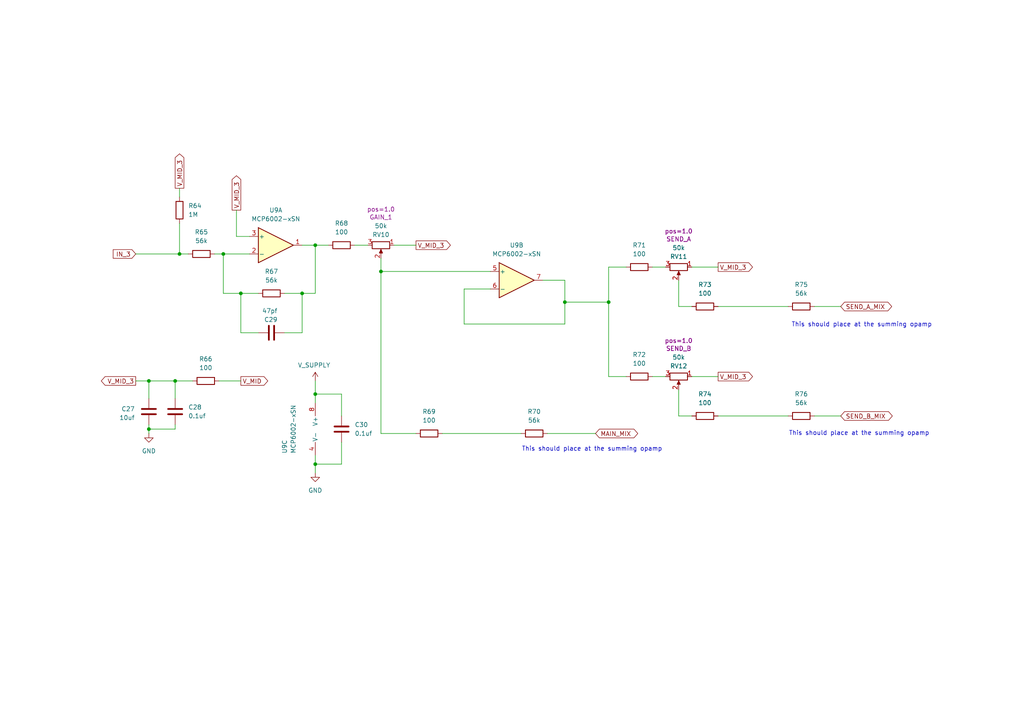
<source format=kicad_sch>
(kicad_sch (version 20250114) (generator "eeschema") (generator_version "9.0")
  (paper "A4")
  (lib_symbols
    (symbol "Amplifier_Operational:MCP6002-xSN" (pin_names (offset 0.127))
      (property "Reference" "U" (at 0 5.08 0))
      (property "Value" "MCP6002-xSN" (at 0 -5.08 0))
      (symbol "MCP6002-xSN_1_1"
        (polyline (pts (xy -5.08 5.08) (xy 5.08 0) (xy -5.08 -5.08) (xy -5.08 5.08)) (stroke (width 0.254)) (fill (type background)))
        (pin input line (at -7.62 2.54 0) (length 2.54) (name "+") (number "3"))
        (pin input line (at -7.62 -2.54 0) (length 2.54) (name "-") (number "2"))
        (pin output line (at 7.62 0 180) (length 2.54) (name "~") (number "1"))
      )
      (symbol "MCP6002-xSN_2_1"
        (polyline (pts (xy -5.08 5.08) (xy 5.08 0) (xy -5.08 -5.08) (xy -5.08 5.08)) (stroke (width 0.254)) (fill (type background)))
        (pin input line (at -7.62 2.54 0) (length 2.54) (name "+") (number "5"))
        (pin input line (at -7.62 -2.54 0) (length 2.54) (name "-") (number "6"))
        (pin output line (at 7.62 0 180) (length 2.54) (name "~") (number "7"))
      )
      (symbol "MCP6002-xSN_3_1"
        (pin power_in line (at -2.54 7.62 270) (length 3.81) (name "V+") (number "8"))
        (pin power_in line (at -2.54 -7.62 90) (length 3.81) (name "V-") (number "4"))
      )
    )
    (symbol "Device:C" (pin_numbers (hide yes)) (pin_names (offset 0.254))
      (property "Reference" "C" (at 0.635 2.54 0))
      (property "Value" "C" (at 0.635 -2.54 0))
      (symbol "C_0_1"
        (polyline (pts (xy -2.032 0.762) (xy 2.032 0.762)) (stroke (width 0.508)))
        (polyline (pts (xy -2.032 -0.762) (xy 2.032 -0.762)) (stroke (width 0.508)))
      )
      (symbol "C_1_1"
        (pin passive line (at 0 3.81 270) (length 2.794) (name "~") (number "1"))
        (pin passive line (at 0 -3.81 90) (length 2.794) (name "~") (number "2"))
      )
    )
    (symbol "Device:R" (pin_numbers (hide yes)) (pin_names (offset 0))
      (property "Reference" "R" (at 2.032 0 90))
      (property "Value" "R" (at 0 0 90))
      (symbol "R_0_1"
        (rectangle (start -1.016 -2.54) (end 1.016 2.54) (stroke (width 0.254)))
      )
      (symbol "R_1_1"
        (pin passive line (at 0 3.81 270) (length 1.27) (name "~") (number "1"))
        (pin passive line (at 0 -3.81 90) (length 1.27) (name "~") (number "2"))
      )
    )
    (symbol "Device:R_Potentiometer" (pin_names (offset 1.016) (hide yes))
      (property "Reference" "RV" (at -4.445 0 90))
      (property "Value" "R_Potentiometer" (at -2.54 0 90))
      (symbol "R_Potentiometer_0_1"
        (rectangle (start 1.016 2.54) (end -1.016 -2.54) (stroke (width 0.254)))
        (polyline (pts (xy 1.143 0) (xy 2.286 0.508) (xy 2.286 -0.508) (xy 1.143 0)) (fill (type outline)))
        (polyline (pts (xy 2.54 0) (xy 1.524 0)))
      )
      (symbol "R_Potentiometer_1_1"
        (pin passive line (at 0 3.81 270) (length 1.27) (name "1") (number "1"))
        (pin passive line (at 0 -3.81 90) (length 1.27) (name "3") (number "3"))
        (pin passive line (at 3.81 0 180) (length 1.27) (name "2") (number "2"))
      )
    )
    (symbol "power:+5V" (power) (pin_numbers (hide yes)) (pin_names (offset 0) (hide yes))
      (property "Value" "+5V" (at 0 3.556 0))
      (symbol "+5V_0_1"
        (polyline (pts (xy -0.762 1.27) (xy 0 2.54)))
        (polyline (pts (xy 0 2.54) (xy 0.762 1.27)))
        (polyline (pts (xy 0 0) (xy 0 2.54)))
      )
      (symbol "+5V_1_1"
        (pin power_in line (at 0 0 90) (length 0) (name "~") (number "1"))
      )
    )
    (symbol "power:GND" (power) (pin_numbers (hide yes)) (pin_names (offset 0) (hide yes))
      (property "Value" "GND" (at 0 -3.81 0))
      (symbol "GND_0_1"
        (polyline (pts (xy 0 0) (xy 0 -1.27) (xy 1.27 -1.27) (xy 0 -2.54) (xy -1.27 -1.27) (xy 0 -1.27)))
      )
      (symbol "GND_1_1"
        (pin power_in line (at 0 0 270) (length 0) (name "~") (number "1"))
      )
    )
  )
  (text "This should place at the summing opamp" (at 171.704 130.302 0) (effects (font (size 1.27 1.27))))
  (text "This should place at the summing opamp" (at 249.174 125.73 0) (effects (font (size 1.27 1.27))))
  (text "This should place at the summing opamp" (at 249.936 94.234 0) (effects (font (size 1.27 1.27))))
  (junction (at 50.8 110.49))
  (junction (at 69.85 85.09))
  (junction (at 91.44 71.12))
  (junction (at 91.44 114.3))
  (junction (at 163.83 87.63))
  (junction (at 91.44 134.62))
  (junction (at 110.49 78.74))
  (junction (at 64.77 73.66))
  (junction (at 176.53 87.63))
  (junction (at 43.18 124.46))
  (junction (at 43.18 110.49))
  (junction (at 87.63 85.09))
  (junction (at 52.07 73.66))
  (wire (pts (xy 196.85 88.9) (xy 200.66 88.9)))
  (wire (pts (xy 99.06 120.65) (xy 99.06 114.3)))
  (wire (pts (xy 50.8 110.49) (xy 55.88 110.49)))
  (wire (pts (xy 64.77 73.66) (xy 64.77 85.09)))
  (wire (pts (xy 69.85 96.52) (xy 69.85 85.09)))
  (wire (pts (xy 87.63 71.12) (xy 91.44 71.12)))
  (wire (pts (xy 196.85 120.65) (xy 200.66 120.65)))
  (wire (pts (xy 91.44 71.12) (xy 95.25 71.12)))
  (wire (pts (xy 52.07 64.77) (xy 52.07 73.66)))
  (wire (pts (xy 87.63 96.52) (xy 87.63 85.09)))
  (wire (pts (xy 134.62 83.82) (xy 142.24 83.82)))
  (wire (pts (xy 157.48 81.28) (xy 163.83 81.28)))
  (wire (pts (xy 43.18 124.46) (xy 43.18 125.73)))
  (wire (pts (xy 91.44 137.16) (xy 91.44 134.62)))
  (wire (pts (xy 163.83 81.28) (xy 163.83 87.63)))
  (wire (pts (xy 134.62 93.98) (xy 134.62 83.82)))
  (wire (pts (xy 110.49 74.93) (xy 110.49 78.74)))
  (wire (pts (xy 43.18 115.57) (xy 43.18 110.49)))
  (wire (pts (xy 176.53 87.63) (xy 163.83 87.63)))
  (wire (pts (xy 72.39 68.58) (xy 68.58 68.58)))
  (wire (pts (xy 91.44 134.62) (xy 91.44 132.08)))
  (wire (pts (xy 142.24 78.74) (xy 110.49 78.74)))
  (wire (pts (xy 74.93 96.52) (xy 69.85 96.52)))
  (wire (pts (xy 196.85 81.28) (xy 196.85 88.9)))
  (wire (pts (xy 91.44 114.3) (xy 91.44 116.84)))
  (wire (pts (xy 181.61 109.22) (xy 176.53 109.22)))
  (wire (pts (xy 172.72 125.73) (xy 158.75 125.73)))
  (wire (pts (xy 50.8 124.46) (xy 43.18 124.46)))
  (wire (pts (xy 91.44 110.49) (xy 91.44 114.3)))
  (wire (pts (xy 68.58 68.58) (xy 68.58 60.96)))
  (wire (pts (xy 50.8 123.19) (xy 50.8 124.46)))
  (wire (pts (xy 163.83 93.98) (xy 134.62 93.98)))
  (wire (pts (xy 82.55 85.09) (xy 87.63 85.09)))
  (wire (pts (xy 50.8 110.49) (xy 50.8 115.57)))
  (wire (pts (xy 236.22 120.65) (xy 243.84 120.65)))
  (wire (pts (xy 110.49 78.74) (xy 110.49 125.73)))
  (wire (pts (xy 196.85 113.03) (xy 196.85 120.65)))
  (wire (pts (xy 99.06 128.27) (xy 99.06 134.62)))
  (wire (pts (xy 236.22 88.9) (xy 243.84 88.9)))
  (wire (pts (xy 176.53 77.47) (xy 176.53 87.63)))
  (wire (pts (xy 114.3 71.12) (xy 120.65 71.12)))
  (wire (pts (xy 52.07 73.66) (xy 54.61 73.66)))
  (wire (pts (xy 200.66 109.22) (xy 208.28 109.22)))
  (wire (pts (xy 69.85 85.09) (xy 64.77 85.09)))
  (wire (pts (xy 99.06 134.62) (xy 91.44 134.62)))
  (wire (pts (xy 110.49 125.73) (xy 120.65 125.73)))
  (wire (pts (xy 39.37 73.66) (xy 52.07 73.66)))
  (wire (pts (xy 91.44 71.12) (xy 91.44 85.09)))
  (wire (pts (xy 163.83 87.63) (xy 163.83 93.98)))
  (wire (pts (xy 63.5 110.49) (xy 69.85 110.49)))
  (wire (pts (xy 208.28 88.9) (xy 228.6 88.9)))
  (wire (pts (xy 102.87 71.12) (xy 106.68 71.12)))
  (wire (pts (xy 176.53 77.47) (xy 181.61 77.47)))
  (wire (pts (xy 87.63 85.09) (xy 91.44 85.09)))
  (wire (pts (xy 200.66 77.47) (xy 208.28 77.47)))
  (wire (pts (xy 208.28 120.65) (xy 228.6 120.65)))
  (wire (pts (xy 193.04 109.22) (xy 189.23 109.22)))
  (wire (pts (xy 74.93 85.09) (xy 69.85 85.09)))
  (wire (pts (xy 82.55 96.52) (xy 87.63 96.52)))
  (wire (pts (xy 62.23 73.66) (xy 64.77 73.66)))
  (wire (pts (xy 128.27 125.73) (xy 151.13 125.73)))
  (wire (pts (xy 52.07 54.61) (xy 52.07 57.15)))
  (wire (pts (xy 176.53 87.63) (xy 176.53 109.22)))
  (wire (pts (xy 99.06 114.3) (xy 91.44 114.3)))
  (wire (pts (xy 64.77 73.66) (xy 72.39 73.66)))
  (wire (pts (xy 189.23 77.47) (xy 193.04 77.47)))
  (wire (pts (xy 43.18 110.49) (xy 50.8 110.49)))
  (wire (pts (xy 43.18 123.19) (xy 43.18 124.46)))
  (wire (pts (xy 39.37 110.49) (xy 43.18 110.49)))
  (global_label "SEND_B_MIX" (shape bidirectional) (at 243.84 120.65 0) (property "Intersheetrefs" "${INTERSHEET_REFS}" (effects (hide yes))))
  (global_label "V_MID_3" (shape output) (at 39.37 110.49 180) (property "Intersheetrefs" "${INTERSHEET_REFS}" (effects (hide yes))))
  (global_label "V_MID_3" (shape output) (at 208.28 109.22 0) (property "Intersheetrefs" "${INTERSHEET_REFS}" (effects (hide yes))))
  (global_label "V_MID_3" (shape output) (at 208.28 77.47 0) (property "Intersheetrefs" "${INTERSHEET_REFS}" (effects (hide yes))))
  (global_label "V_MID_3" (shape output) (at 120.65 71.12 0) (property "Intersheetrefs" "${INTERSHEET_REFS}" (effects (hide yes))))
  (global_label "IN_3" (shape input) (at 39.37 73.66 180) (property "Intersheetrefs" "${INTERSHEET_REFS}" (effects (hide yes))))
  (global_label "SEND_A_MIX" (shape bidirectional) (at 243.84 88.9 0) (property "Intersheetrefs" "${INTERSHEET_REFS}" (effects (hide yes))))
  (global_label "V_MID" (shape output) (at 69.85 110.49 0) (property "Intersheetrefs" "${INTERSHEET_REFS}" (effects (hide yes))))
  (global_label "V_MID_3" (shape output) (at 52.07 54.61 90) (property "Intersheetrefs" "${INTERSHEET_REFS}" (effects (hide yes))))
  (global_label "V_MID_3" (shape output) (at 68.58 60.96 90) (property "Intersheetrefs" "${INTERSHEET_REFS}" (effects (hide yes))))
  (global_label "MAIN_MIX" (shape bidirectional) (at 172.72 125.73 0) (property "Intersheetrefs" "${INTERSHEET_REFS}" (effects (hide yes))))
  (symbol (lib_id "power:GND") (at 43.18 125.73 0) (unit 1)
    (property "Reference" "#PWR031" (effects (hide yes)))
    (property "Value" "GND" (at 43.18 130.81 0))
    (property "Description" "Power symbol creates a global label with name \"GND\" , ground" (effects (hide yes)))
  )
  (symbol (lib_id "Device:C") (at 99.06 124.46 0) (unit 1)
    (property "Reference" "C30" (at 102.87 123.1899 0) (effects (justify left)))
    (property "Value" "0.1uf" (at 102.87 125.7299 0) (effects (justify left)))
    (property "Footprint" "Capacitor_SMD:C_0402_1005Metric" (effects (hide yes)))
    (property "Description" "Unpolarized capacitor" (effects (hide yes)))
  )
  (symbol (lib_id "Amplifier_Operational:MCP6002-xSN") (at 93.98 124.46 0) (unit 3)
    (property "Reference" "U9" (at 82.55 131.572 90) (effects (justify left)))
    (property "Value" "MCP6002-xSN" (at 85.09 131.572 90) (effects (justify left)))
    (property "Footprint" "Package_SO:SOIC-8-1EP_3.9x4.9mm_P1.27mm_EP2.29x3mm" (effects (hide yes)))
    (property "Datasheet" "http://ww1.microchip.com/downloads/en/DeviceDoc/21733j.pdf" (effects (hide yes)))
    (property "Description" "1MHz, Low-Power Op Amp, SOIC-8" (effects (hide yes)))
    (property "Sim.Library" "${KICAD8_SYMBOL_DIR}/Simulation_SPICE.sp" (effects (hide yes)))
    (property "Sim.Name" "kicad_builtin_opamp_dual" (effects (hide yes)))
    (property "Sim.Device" "SUBCKT" (effects (hide yes)))
    (property "Sim.Pins" "1=out1 2=in1- 3=in1+ 4=vee 5=in2+ 6=in2- 7=out2 8=vcc" (effects (hide yes)))
  )
  (symbol (lib_id "Device:R") (at 204.47 88.9 90) (unit 1)
    (property "Reference" "R73" (at 204.47 82.55 90))
    (property "Value" "100" (at 204.47 85.09 90))
    (property "Footprint" "Resistor_SMD:R_0402_1005Metric" (effects (hide yes)))
    (property "Description" "Resistor" (effects (hide yes)))
  )
  (symbol (lib_id "Amplifier_Operational:MCP6002-xSN") (at 80.01 71.12 0) (unit 1)
    (property "Reference" "U9" (at 80.01 60.96 0))
    (property "Value" "MCP6002-xSN" (at 80.01 63.5 0))
    (property "Footprint" "Package_SO:SOIC-8-1EP_3.9x4.9mm_P1.27mm_EP2.29x3mm" (effects (hide yes)))
    (property "Datasheet" "http://ww1.microchip.com/downloads/en/DeviceDoc/21733j.pdf" (effects (hide yes)))
    (property "Description" "1MHz, Low-Power Op Amp, SOIC-8" (effects (hide yes)))
    (property "Sim.Library" "${KICAD8_SYMBOL_DIR}/Simulation_SPICE.sp" (effects (hide yes)))
    (property "Sim.Name" "kicad_builtin_opamp_dual" (effects (hide yes)))
    (property "Sim.Device" "SUBCKT" (effects (hide yes)))
    (property "Sim.Pins" "1=out1 2=in1- 3=in1+ 4=vee 5=in2+ 6=in2- 7=out2 8=vcc" (effects (hide yes)))
  )
  (symbol (lib_id "Device:R_Potentiometer") (at 196.85 109.22 270) (unit 1)
    (property "Reference" "RV12" (at 196.85 106.172 90))
    (property "Value" "50k" (at 196.85 103.632 90))
    (property "Footprint" "BreadModular_Pots:Potentiometer_RV09" (effects (hide yes)))
    (property "Description" "Potentiometer" (effects (hide yes)))
    (property "Sim.Device" "R" (effects (hide yes)))
    (property "Sim.Type" "POT" (effects (hide yes)))
    (property "Sim.Pins" "1=r0 2=wiper 3=r1" (effects (hide yes)))
    (property "Sim.Params" "pos=1.0" (at 196.85 98.806 90))
    (property "Comment" "SEND_B" (at 196.85 101.092 90))
  )
  (symbol (lib_id "Device:R") (at 58.42 73.66 90) (unit 1)
    (property "Reference" "R65" (at 58.42 67.31 90))
    (property "Value" "56k" (at 58.42 69.85 90))
    (property "Footprint" "Resistor_SMD:R_0402_1005Metric" (effects (hide yes)))
    (property "Description" "Resistor" (effects (hide yes)))
  )
  (symbol (lib_id "Device:R") (at 185.42 109.22 90) (unit 1)
    (property "Reference" "R72" (at 185.42 102.87 90))
    (property "Value" "100" (at 185.42 105.41 90))
    (property "Footprint" "Resistor_SMD:R_0402_1005Metric" (effects (hide yes)))
    (property "Description" "Resistor" (effects (hide yes)))
  )
  (symbol (lib_id "Amplifier_Operational:MCP6002-xSN") (at 149.86 81.28 0) (unit 2)
    (property "Reference" "U9" (at 149.86 71.12 0))
    (property "Value" "MCP6002-xSN" (at 149.86 73.66 0))
    (property "Footprint" "Package_SO:SOIC-8-1EP_3.9x4.9mm_P1.27mm_EP2.29x3mm" (effects (hide yes)))
    (property "Datasheet" "http://ww1.microchip.com/downloads/en/DeviceDoc/21733j.pdf" (effects (hide yes)))
    (property "Description" "1MHz, Low-Power Op Amp, SOIC-8" (effects (hide yes)))
    (property "Sim.Library" "${KICAD8_SYMBOL_DIR}/Simulation_SPICE.sp" (effects (hide yes)))
    (property "Sim.Name" "kicad_builtin_opamp_dual" (effects (hide yes)))
    (property "Sim.Device" "SUBCKT" (effects (hide yes)))
    (property "Sim.Pins" "1=out1 2=in1- 3=in1+ 4=vee 5=in2+ 6=in2- 7=out2 8=vcc" (effects (hide yes)))
  )
  (symbol (lib_id "Device:R") (at 124.46 125.73 90) (unit 1)
    (property "Reference" "R69" (at 124.46 119.38 90))
    (property "Value" "100" (at 124.46 121.92 90))
    (property "Footprint" "Resistor_SMD:R_0402_1005Metric" (effects (hide yes)))
    (property "Description" "Resistor" (effects (hide yes)))
  )
  (symbol (lib_id "power:GND") (at 91.44 137.16 0) (unit 1)
    (property "Reference" "#PWR033" (effects (hide yes)))
    (property "Value" "GND" (at 91.44 142.24 0))
    (property "Description" "Power symbol creates a global label with name \"GND\" , ground" (effects (hide yes)))
  )
  (symbol (lib_id "Device:R") (at 185.42 77.47 90) (unit 1)
    (property "Reference" "R71" (at 185.42 71.12 90))
    (property "Value" "100" (at 185.42 73.66 90))
    (property "Footprint" "Resistor_SMD:R_0402_1005Metric" (effects (hide yes)))
    (property "Description" "Resistor" (effects (hide yes)))
  )
  (symbol (lib_id "Device:C") (at 43.18 119.38 0) (mirror y) (unit 1)
    (property "Reference" "C27" (at 39.116 118.618 0) (effects (justify left)))
    (property "Value" "10uf" (at 39.116 121.158 0) (effects (justify left)))
    (property "Footprint" "Capacitor_SMD:C_0402_1005Metric" (effects (hide yes)))
    (property "Description" "Unpolarized capacitor" (effects (hide yes)))
  )
  (symbol (lib_id "Device:R") (at 204.47 120.65 90) (unit 1)
    (property "Reference" "R74" (at 204.47 114.3 90))
    (property "Value" "100" (at 204.47 116.84 90))
    (property "Footprint" "Resistor_SMD:R_0402_1005Metric" (effects (hide yes)))
    (property "Description" "Resistor" (effects (hide yes)))
  )
  (symbol (lib_id "Device:R") (at 99.06 71.12 90) (unit 1)
    (property "Reference" "R68" (at 99.06 64.77 90))
    (property "Value" "100" (at 99.06 67.31 90))
    (property "Footprint" "Resistor_SMD:R_0402_1005Metric" (effects (hide yes)))
    (property "Description" "Resistor" (effects (hide yes)))
  )
  (symbol (lib_id "Device:R") (at 154.94 125.73 90) (unit 1)
    (property "Reference" "R70" (at 154.94 119.38 90))
    (property "Value" "56k" (at 154.94 121.92 90))
    (property "Footprint" "Resistor_SMD:R_0402_1005Metric" (effects (hide yes)))
    (property "Description" "Resistor" (effects (hide yes)))
  )
  (symbol (lib_id "Device:R_Potentiometer") (at 196.85 77.47 270) (unit 1)
    (property "Reference" "RV11" (at 196.85 74.422 90))
    (property "Value" "50k" (at 196.85 71.882 90))
    (property "Footprint" "BreadModular_Pots:Potentiometer_RV09" (effects (hide yes)))
    (property "Description" "Potentiometer" (effects (hide yes)))
    (property "Sim.Device" "R" (effects (hide yes)))
    (property "Sim.Type" "POT" (effects (hide yes)))
    (property "Sim.Pins" "1=r0 2=wiper 3=r1" (effects (hide yes)))
    (property "Sim.Params" "pos=1.0" (at 196.85 67.056 90))
    (property "Comment" "SEND_A" (at 196.85 69.342 90))
  )
  (symbol (lib_id "power:+5V") (at 91.44 110.49 0) (unit 1)
    (property "Reference" "#PWR032" (effects (hide yes)))
    (property "Value" "V_SUPPLY" (at 86.36 105.918 0) (effects (justify left)))
    (property "Description" "Power symbol creates a global label with name \"+5V\"" (effects (hide yes)))
  )
  (symbol (lib_id "Device:R") (at 232.41 88.9 90) (unit 1)
    (property "Reference" "R75" (at 232.41 82.55 90))
    (property "Value" "56k" (at 232.41 85.09 90))
    (property "Footprint" "Resistor_SMD:R_0402_1005Metric" (effects (hide yes)))
    (property "Description" "Resistor" (effects (hide yes)))
  )
  (symbol (lib_id "Device:R") (at 52.07 60.96 0) (unit 1)
    (property "Reference" "R64" (at 54.61 59.6899 0) (effects (justify left)))
    (property "Value" "1M" (at 54.61 62.2299 0) (effects (justify left)))
    (property "Footprint" "Resistor_SMD:R_0402_1005Metric" (effects (hide yes)))
    (property "Description" "Resistor" (effects (hide yes)))
  )
  (symbol (lib_id "Device:R") (at 78.74 85.09 90) (unit 1)
    (property "Reference" "R67" (at 78.74 78.74 90))
    (property "Value" "56k" (at 78.74 81.28 90))
    (property "Footprint" "Resistor_SMD:R_0402_1005Metric" (effects (hide yes)))
    (property "Description" "Resistor" (effects (hide yes)))
  )
  (symbol (lib_id "Device:R") (at 232.41 120.65 90) (unit 1)
    (property "Reference" "R76" (at 232.41 114.3 90))
    (property "Value" "56k" (at 232.41 116.84 90))
    (property "Footprint" "Resistor_SMD:R_0402_1005Metric" (effects (hide yes)))
    (property "Description" "Resistor" (effects (hide yes)))
  )
  (symbol (lib_id "Device:C") (at 50.8 119.38 0) (unit 1)
    (property "Reference" "C28" (at 54.61 118.1099 0) (effects (justify left)))
    (property "Value" "0.1uf" (at 54.61 120.6499 0) (effects (justify left)))
    (property "Footprint" "Capacitor_SMD:C_0402_1005Metric" (effects (hide yes)))
    (property "Description" "Unpolarized capacitor" (effects (hide yes)))
  )
  (symbol (lib_id "Device:R") (at 59.69 110.49 90) (unit 1)
    (property "Reference" "R66" (at 59.69 104.14 90))
    (property "Value" "100" (at 59.69 106.68 90))
    (property "Footprint" "Resistor_SMD:R_0402_1005Metric" (effects (hide yes)))
    (property "Description" "Resistor" (effects (hide yes)))
  )
  (symbol (lib_id "Device:C") (at 78.74 96.52 90) (mirror x) (unit 1)
    (property "Reference" "C29" (at 80.518 92.71 90) (effects (justify left)))
    (property "Value" "47pf" (at 80.518 90.17 90) (effects (justify left)))
    (property "Footprint" "Capacitor_SMD:C_0402_1005Metric" (effects (hide yes)))
    (property "Description" "Unpolarized capacitor" (effects (hide yes)))
  )
  (symbol (lib_id "Device:R_Potentiometer") (at 110.49 71.12 270) (unit 1)
    (property "Reference" "RV10" (at 110.49 68.072 90))
    (property "Value" "50k" (at 110.49 65.532 90))
    (property "Footprint" "BreadModular_Pots:Potentiometer_RV09" (effects (hide yes)))
    (property "Description" "Potentiometer" (effects (hide yes)))
    (property "Sim.Device" "R" (effects (hide yes)))
    (property "Sim.Type" "POT" (effects (hide yes)))
    (property "Sim.Pins" "1=r0 2=wiper 3=r1" (effects (hide yes)))
    (property "Sim.Params" "pos=1.0" (at 110.49 60.706 90))
    (property "Comment" "GAIN_1" (at 110.49 62.992 90))
  )
)
</source>
